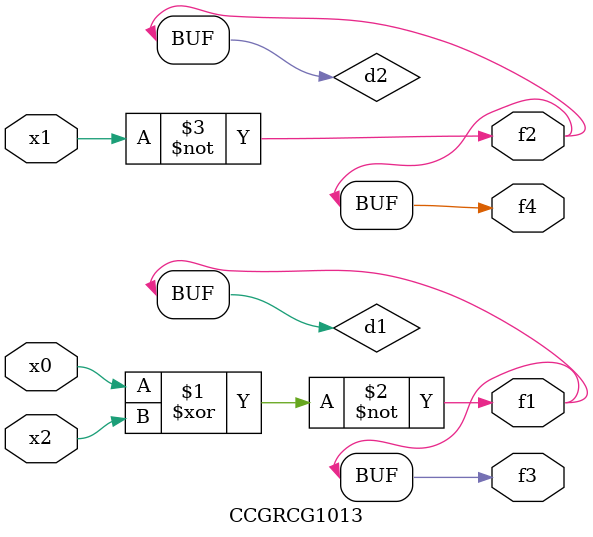
<source format=v>
module CCGRCG1013(
	input x0, x1, x2,
	output f1, f2, f3, f4
);

	wire d1, d2, d3;

	xnor (d1, x0, x2);
	nand (d2, x1);
	nor (d3, x1, x2);
	assign f1 = d1;
	assign f2 = d2;
	assign f3 = d1;
	assign f4 = d2;
endmodule

</source>
